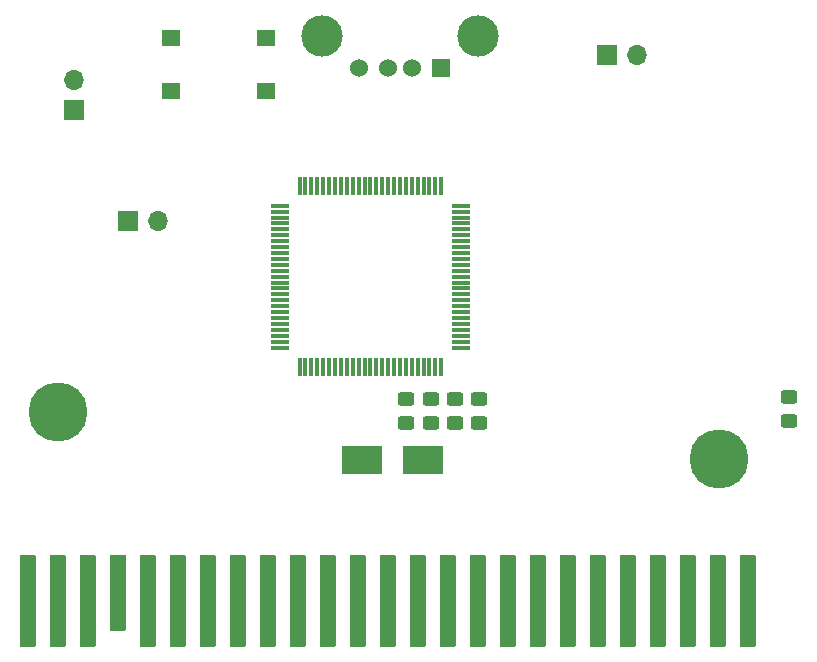
<source format=gbr>
%TF.GenerationSoftware,KiCad,Pcbnew,8.0.6*%
%TF.CreationDate,2025-02-12T20:12:07+00:00*%
%TF.ProjectId,RISKYMSXCart,5249534b-594d-4535-9843-6172742e6b69,rev?*%
%TF.SameCoordinates,Original*%
%TF.FileFunction,Soldermask,Top*%
%TF.FilePolarity,Negative*%
%FSLAX46Y46*%
G04 Gerber Fmt 4.6, Leading zero omitted, Abs format (unit mm)*
G04 Created by KiCad (PCBNEW 8.0.6) date 2025-02-12 20:12:07*
%MOMM*%
%LPD*%
G01*
G04 APERTURE LIST*
G04 Aperture macros list*
%AMRoundRect*
0 Rectangle with rounded corners*
0 $1 Rounding radius*
0 $2 $3 $4 $5 $6 $7 $8 $9 X,Y pos of 4 corners*
0 Add a 4 corners polygon primitive as box body*
4,1,4,$2,$3,$4,$5,$6,$7,$8,$9,$2,$3,0*
0 Add four circle primitives for the rounded corners*
1,1,$1+$1,$2,$3*
1,1,$1+$1,$4,$5*
1,1,$1+$1,$6,$7*
1,1,$1+$1,$8,$9*
0 Add four rect primitives between the rounded corners*
20,1,$1+$1,$2,$3,$4,$5,0*
20,1,$1+$1,$4,$5,$6,$7,0*
20,1,$1+$1,$6,$7,$8,$9,0*
20,1,$1+$1,$8,$9,$2,$3,0*%
G04 Aperture macros list end*
%ADD10R,1.700000X1.700000*%
%ADD11O,1.700000X1.700000*%
%ADD12R,1.600000X1.400000*%
%ADD13C,5.000000*%
%ADD14R,3.500000X2.400000*%
%ADD15RoundRect,0.250000X-0.450000X0.325000X-0.450000X-0.325000X0.450000X-0.325000X0.450000X0.325000X0*%
%ADD16R,1.524000X1.524000*%
%ADD17C,1.524000*%
%ADD18C,3.500000*%
%ADD19RoundRect,0.050800X-0.635000X-3.810000X0.635000X-3.810000X0.635000X3.810000X-0.635000X3.810000X0*%
%ADD20RoundRect,0.050800X-0.635000X-3.175000X0.635000X-3.175000X0.635000X3.175000X-0.635000X3.175000X0*%
%ADD21RoundRect,0.075000X0.075000X-0.725000X0.075000X0.725000X-0.075000X0.725000X-0.075000X-0.725000X0*%
%ADD22RoundRect,0.075000X0.725000X-0.075000X0.725000X0.075000X-0.725000X0.075000X-0.725000X-0.075000X0*%
G04 APERTURE END LIST*
D10*
%TO.C,J1*%
X126460000Y-96700000D03*
D11*
X129000000Y-96700000D03*
%TD*%
D12*
%TO.C,SW1*%
X138125000Y-85675000D03*
X130125000Y-85675000D03*
X138125000Y-81175000D03*
X130125000Y-81175000D03*
%TD*%
D13*
%TO.C,@HOLE1*%
X176510300Y-116808934D03*
%TD*%
D10*
%TO.C,J2*%
X167060000Y-82575000D03*
D11*
X169600000Y-82575000D03*
%TD*%
D14*
%TO.C,Y1*%
X151450000Y-116900000D03*
X146250000Y-116900000D03*
%TD*%
D15*
%TO.C,D2*%
X152100000Y-111750000D03*
X152100000Y-113800000D03*
%TD*%
%TO.C,D3*%
X154150000Y-111750000D03*
X154150000Y-113800000D03*
%TD*%
%TO.C,D5*%
X182450000Y-111525000D03*
X182450000Y-113575000D03*
%TD*%
%TO.C,D4*%
X156225000Y-111750000D03*
X156225000Y-113800000D03*
%TD*%
D16*
%TO.C,J7*%
X153000000Y-83727500D03*
D17*
X150500000Y-83727500D03*
X148500000Y-83727500D03*
X146000000Y-83727500D03*
D18*
X156070000Y-81017500D03*
X142930000Y-81017500D03*
%TD*%
D10*
%TO.C,J8*%
X121900000Y-87240000D03*
D11*
X121900000Y-84700000D03*
%TD*%
D19*
%TO.C,CN1*%
X178930300Y-128805934D03*
X176390300Y-128805934D03*
X173850300Y-128805934D03*
X171310300Y-128805934D03*
X168770300Y-128805934D03*
X166230300Y-128805934D03*
X163690300Y-128805934D03*
X161150300Y-128805934D03*
X158610300Y-128805934D03*
X156070300Y-128805934D03*
X153530300Y-128805934D03*
X150990300Y-128805934D03*
X148450300Y-128805934D03*
X145910300Y-128805934D03*
X143370300Y-128805934D03*
X140830300Y-128805934D03*
X138290300Y-128805934D03*
X135750300Y-128805934D03*
X133210300Y-128805934D03*
X130670300Y-128805934D03*
X128130300Y-128805934D03*
D20*
X125590300Y-128170934D03*
D19*
X123050300Y-128805934D03*
X120510300Y-128805934D03*
X117970300Y-128805934D03*
%TD*%
D13*
%TO.C,@HOLE1*%
X120510300Y-112793734D03*
%TD*%
D15*
%TO.C,D1*%
X150050000Y-111750000D03*
X150050000Y-113800000D03*
%TD*%
D21*
%TO.C,U1*%
X141000000Y-109050000D03*
X141500000Y-109050000D03*
X142000000Y-109050000D03*
X142500000Y-109050000D03*
X143000000Y-109050000D03*
X143500000Y-109050000D03*
X144000000Y-109050000D03*
X144500000Y-109050000D03*
X145000000Y-109050000D03*
X145500000Y-109050000D03*
X146000000Y-109050000D03*
X146500000Y-109050000D03*
X147000000Y-109050000D03*
X147500000Y-109050000D03*
X148000000Y-109050000D03*
X148500000Y-109050000D03*
X149000000Y-109050000D03*
X149500000Y-109050000D03*
X150000000Y-109050000D03*
X150500000Y-109050000D03*
X151000000Y-109050000D03*
X151500000Y-109050000D03*
X152000000Y-109050000D03*
X152500000Y-109050000D03*
X153000000Y-109050000D03*
D22*
X154675000Y-107375000D03*
X154675000Y-106875000D03*
X154675000Y-106375000D03*
X154675000Y-105875000D03*
X154675000Y-105375000D03*
X154675000Y-104875000D03*
X154675000Y-104375000D03*
X154675000Y-103875000D03*
X154675000Y-103375000D03*
X154675000Y-102875000D03*
X154675000Y-102375000D03*
X154675000Y-101875000D03*
X154675000Y-101375000D03*
X154675000Y-100875000D03*
X154675000Y-100375000D03*
X154675000Y-99875000D03*
X154675000Y-99375000D03*
X154675000Y-98875000D03*
X154675000Y-98375000D03*
X154675000Y-97875000D03*
X154675000Y-97375000D03*
X154675000Y-96875000D03*
X154675000Y-96375000D03*
X154675000Y-95875000D03*
X154675000Y-95375000D03*
D21*
X153000000Y-93700000D03*
X152500000Y-93700000D03*
X152000000Y-93700000D03*
X151500000Y-93700000D03*
X151000000Y-93700000D03*
X150500000Y-93700000D03*
X150000000Y-93700000D03*
X149500000Y-93700000D03*
X149000000Y-93700000D03*
X148500000Y-93700000D03*
X148000000Y-93700000D03*
X147500000Y-93700000D03*
X147000000Y-93700000D03*
X146500000Y-93700000D03*
X146000000Y-93700000D03*
X145500000Y-93700000D03*
X145000000Y-93700000D03*
X144500000Y-93700000D03*
X144000000Y-93700000D03*
X143500000Y-93700000D03*
X143000000Y-93700000D03*
X142500000Y-93700000D03*
X142000000Y-93700000D03*
X141500000Y-93700000D03*
X141000000Y-93700000D03*
D22*
X139325000Y-95375000D03*
X139325000Y-95875000D03*
X139325000Y-96375000D03*
X139325000Y-96875000D03*
X139325000Y-97375000D03*
X139325000Y-97875000D03*
X139325000Y-98375000D03*
X139325000Y-98875000D03*
X139325000Y-99375000D03*
X139325000Y-99875000D03*
X139325000Y-100375000D03*
X139325000Y-100875000D03*
X139325000Y-101375000D03*
X139325000Y-101875000D03*
X139325000Y-102375000D03*
X139325000Y-102875000D03*
X139325000Y-103375000D03*
X139325000Y-103875000D03*
X139325000Y-104375000D03*
X139325000Y-104875000D03*
X139325000Y-105375000D03*
X139325000Y-105875000D03*
X139325000Y-106375000D03*
X139325000Y-106875000D03*
X139325000Y-107375000D03*
%TD*%
M02*

</source>
